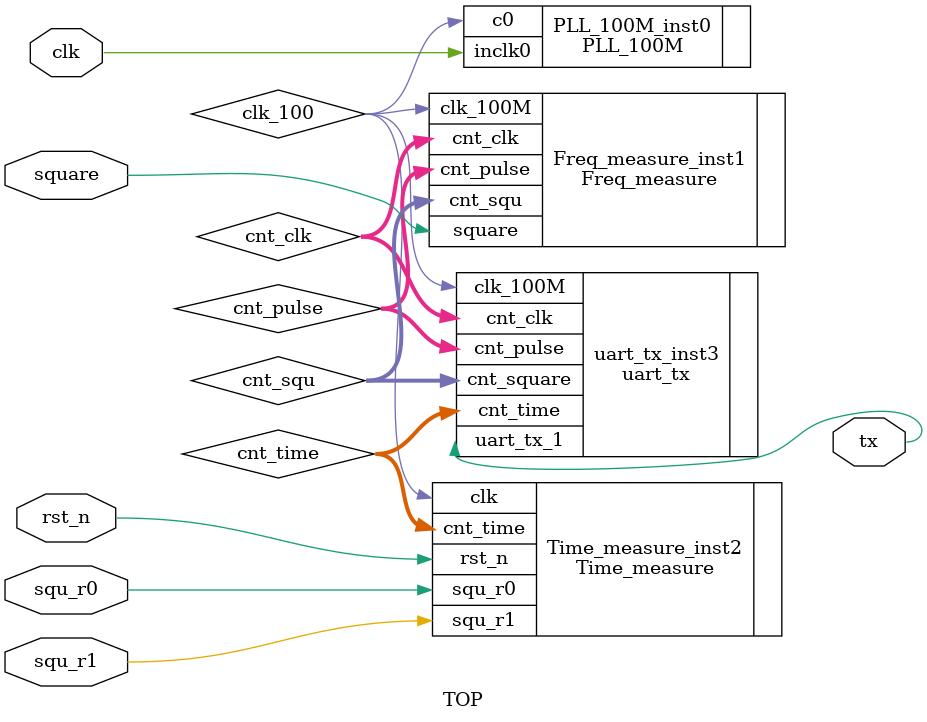
<source format=v>
module TOP(
	input	clk,
	input	rst_n,
	input	square,
	input	squ_r0,
	input	squ_r1,
	output	tx
);

wire 	clk_100;
wire	[31:0]	cnt_clk;
wire	[31:0]	cnt_squ;
wire	[31:0]	cnt_pulse;
wire	[31:0]	cnt_time;

//-----------------------//
PLL_100M	PLL_100M_inst0 (
	.inclk0 ( clk ),
	.c0 	( clk_100 )
);
//-----------------------//
Freq_measure	Freq_measure_inst1(
	.clk_100M	(clk_100),
	.square		(square),
	.cnt_clk	(cnt_clk),	
	.cnt_squ	(cnt_squ),	
	.cnt_pulse	(cnt_pulse)
);
//----------------------------//
Time_measure	Time_measure_inst2(
	.clk		(clk_100),
	.rst_n		(rst_n),
	.squ_r0		(squ_r0),
	.squ_r1		(squ_r1),
	.cnt_time	(cnt_time)
);
//----------------------------//
uart_tx			uart_tx_inst3(
	.clk_100M	(clk_100),
	.cnt_clk	(cnt_clk),
	.cnt_square	(cnt_squ),
	.cnt_pulse	(cnt_pulse),
	.cnt_time	(cnt_time),
	.uart_tx_1	(tx)
);
endmodule


</source>
